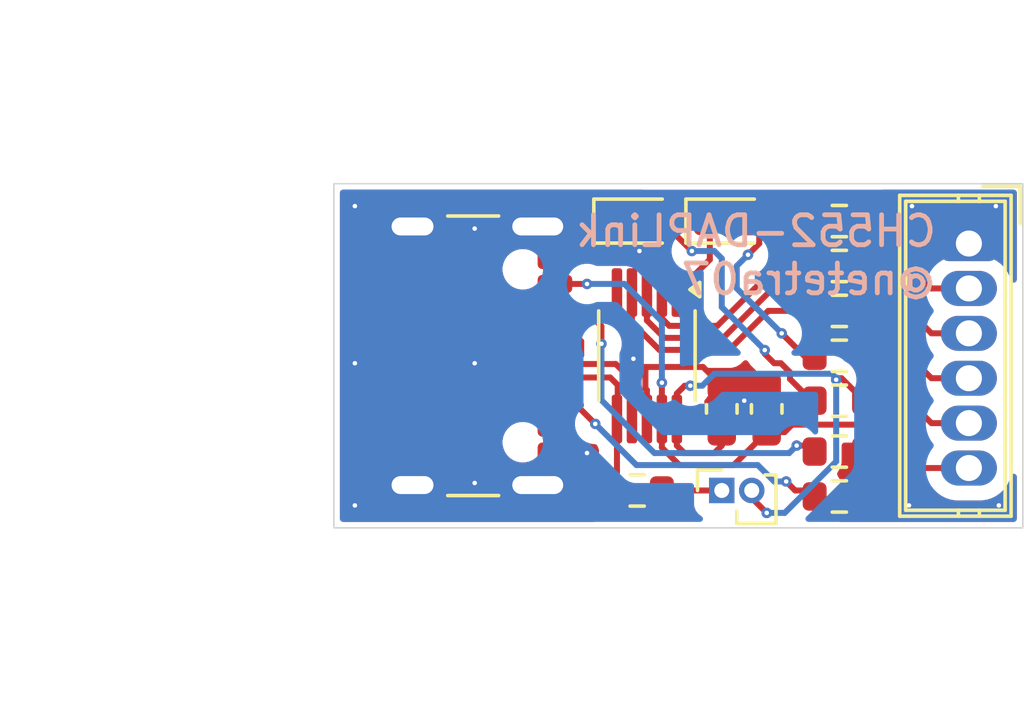
<source format=kicad_pcb>
(kicad_pcb (version 20241229) (generator "pcbnew") (generator_version "9.0")
  (layers (0 "F.Cu" signal) (2 "B.Cu" signal) (13 "F.Paste" user) (15 "B.Paste" user) (5 "F.SilkS" user "F.Silkscreen") (7 "B.SilkS" user "B.Silkscreen") (1 "F.Mask" user) (3 "B.Mask" user) (25 "Edge.Cuts" user))
  (net 0 "")
  (net 1 "+3.3V")
  (net 2 "GND")
  (net 3 "Net-(J1-CC1)")
  (net 6 "Net-(J1-CC2)")
  (net 7 "Net-(J3-Pin_1)")
  (net 8 "PRG_LED")
  (net 9 "D+")
  (net 10 "SWCLK")
  (net 11 "RST")
  (net 12 "SWDIO")
  (net 14 "D-")
  (net 15 "+5V")
  (net 16 "Net-(J2-Pin_2)")
  (net 17 "Net-(J2-Pin_4)")
  (net 18 "Net-(J2-Pin_3)")
  (net 19 "Net-(D1-A)")
  (net 20 "Net-(D2-A)")
  (footprint "Resistor_SMD:R_0603_1608Metric" (layer "F.Cu") (at 70.675 84.5)
    (property "Reference" "R7" (hide yes))
    (property "Value" "100Ω")
    (fp_line (start -0.237258 -0.5225) (end 0.237258 -0.5225) (stroke (width 0.12)) (layer "F.SilkS"))
    (fp_line (start -0.237258 0.5225) (end 0.237258 0.5225) (stroke (width 0.12)) (layer "F.SilkS"))
    (pad "1" smd roundrect (at -0.825 0) (size 0.8 0.95) (layers "F.Cu" "F.Mask" "F.Paste") (net 12 "SWDIO"))
    (pad "2" smd roundrect (at 0.825 0) (size 0.8 0.95) (layers "F.Cu" "F.Mask" "F.Paste") (net 18 "Net-(J2-Pin_3)"))
  )
  (footprint "Capacitor_SMD:C_0603_1608Metric" (layer "F.Cu") (at 68.25 89.275 90)
    (property "Reference" "C2" (hide yes))
    (property "Value" "0.1uF")
    (fp_line (start -0.14058 -0.51) (end 0.14058 -0.51) (stroke (width 0.12)) (layer "F.SilkS"))
    (fp_line (start -0.14058 0.51) (end 0.14058 0.51) (stroke (width 0.12)) (layer "F.SilkS"))
    (pad "1" smd roundrect (at -0.775 0 90) (size 0.9 0.95) (layers "F.Cu" "F.Mask" "F.Paste") (net 15 "+5V"))
    (pad "2" smd roundrect (at 0.775 0 90) (size 0.9 0.95) (layers "F.Cu" "F.Mask" "F.Paste") (net 2 "GND"))
  )
  (footprint "Resistor_SMD:R_0603_1608Metric" (layer "F.Cu") (at 70.675 90.7)
    (property "Reference" "R1" (hide yes))
    (property "Value" "5.1kΩ")
    (fp_line (start -0.237258 -0.5225) (end 0.237258 -0.5225) (stroke (width 0.12)) (layer "F.SilkS"))
    (fp_line (start -0.237258 0.5225) (end 0.237258 0.5225) (stroke (width 0.12)) (layer "F.SilkS"))
    (pad "1" smd roundrect (at -0.825 0) (size 0.8 0.95) (layers "F.Cu" "F.Mask" "F.Paste") (net 3 "Net-(J1-CC1)"))
    (pad "2" smd roundrect (at 0.825 0) (size 0.8 0.95) (layers "F.Cu" "F.Mask" "F.Paste") (net 2 "GND"))
  )
  (footprint "Connector_PinSocket_1.00mm:PinSocket_1x02_P1.00mm_Vertical" (layer "F.Cu") (at 66.75 92 90)
    (property "Reference" "J3" (hide yes))
    (property "Value" "BOOT")
    (fp_line (start 0.685 -0.81) (end 0.685 0) (stroke (width 0.12)) (layer "F.SilkS"))
    (fp_line (start 0 -0.81) (end 0.685 -0.81) (stroke (width 0.12)) (layer "F.SilkS"))
    (fp_line (start -1.1 0.5) (end -0.685 0.5) (stroke (width 0.12)) (layer "F.SilkS"))
    (fp_line (start -1.1 0.5) (end -1.1 1.81) (stroke (width 0.12)) (layer "F.SilkS"))
    (fp_line (start 0.52 1.445898) (end 0.52 1.81) (stroke (width 0.12)) (layer "F.SilkS"))
    (fp_line (start -1.1 1.81) (end 0.52 1.81) (stroke (width 0.12)) (layer "F.SilkS"))
    (pad "1" thru_hole rect (at 0 0 90) (size 0.85 0.85) (drill 0.5) (layers "*.Cu" "*.Mask") (net 7 "Net-(J3-Pin_1)"))
    (pad "2" thru_hole circle (at 0 1 90) (size 0.85 0.85) (drill 0.5) (layers "*.Cu" "*.Mask") (net 1 "+3.3V"))
  )
  (footprint "Connector_Wuerth:Wuerth_WR-WTB_64800611622_1x06_P1.50mm_Vertical" (layer "F.Cu") (at 75 83.75 -90)
    (property "Reference" "J2" (hide yes))
    (property "Value" "Conn_01x06_Pin")
    (fp_line (start -1.61 2.31) (end 9.11 2.31) (stroke (width 0.12)) (layer "F.SilkS"))
    (fp_line (start 9.11 2.31) (end 9.11 -1.41) (stroke (width 0.12)) (layer "F.SilkS"))
    (fp_line (start -1.41 2.11) (end 8.91 2.11) (stroke (width 0.12)) (layer "F.SilkS"))
    (fp_line (start 8.91 2.11) (end 8.91 0.35) (stroke (width 0.12)) (layer "F.SilkS"))
    (fp_line (start -1.41 0.35) (end -1.41 2.11) (stroke (width 0.12)) (layer "F.SilkS"))
    (fp_line (start -1.41 0.35) (end -1.61 0.35) (stroke (width 0.12)) (layer "F.SilkS"))
    (fp_line (start 8.91 0.35) (end 9.11 0.35) (stroke (width 0.12)) (layer "F.SilkS"))
    (fp_line (start -1.61 -0.35) (end -1.41 -0.35) (stroke (width 0.12)) (layer "F.SilkS"))
    (fp_line (start -1.41 -0.35) (end -1.41 0.35) (stroke (width 0.12)) (layer "F.SilkS"))
    (fp_line (start -1.41 -0.35) (end -1.41 -1.21) (stroke (width 0.12)) (layer "F.SilkS"))
    (fp_line (start 8.91 -0.35) (end 8.91 0.35) (stroke (width 0.12)) (layer "F.SilkS"))
    (fp_line (start 8.91 -0.35) (end 9.11 -0.35) (stroke (width 0.12)) (layer "F.SilkS"))
    (fp_line (start -1.41 -1.21) (end 8.91 -1.21) (stroke (width 0.12)) (layer "F.SilkS"))
    (fp_line (start 8.91 -1.21) (end 8.91 -0.35) (stroke (width 0.12)) (layer "F.SilkS"))
    (fp_line (start -1.61 -1.41) (end -1.61 2.31) (stroke (width 0.12)) (layer "F.SilkS"))
    (fp_line (start 9.11 -1.41) (end -1.61 -1.41) (stroke (width 0.12)) (layer "F.SilkS"))
    (fp_line (start -1.91 -1.71) (end -1.91 -0.46) (stroke (width 0.12)) (layer "F.SilkS"))
    (fp_line (start -0.66 -1.71) (end -1.91 -1.71) (stroke (width 0.12)) (layer "F.SilkS"))
    (pad "1" thru_hole roundrect (at 0 0 270) (size 1.17 1.87) (drill 0.87) (layers "*.Cu" "*.Mask") (roundrect_rratio 0.213675) (net 2 "GND"))
    (pad "2" thru_hole oval (at 1.5 0 270) (size 1.17 1.87) (drill 0.87) (layers "*.Cu" "*.Mask") (net 16 "Net-(J2-Pin_2)"))
    (pad "3" thru_hole oval (at 3 0 270) (size 1.17 1.87) (drill 0.87) (layers "*.Cu" "*.Mask") (net 18 "Net-(J2-Pin_3)"))
    (pad "4" thru_hole oval (at 4.5 0 270) (size 1.17 1.87) (drill 0.87) (layers "*.Cu" "*.Mask") (net 17 "Net-(J2-Pin_4)"))
    (pad "5" thru_hole oval (at 6 0 270) (size 1.17 1.87) (drill 0.87) (layers "*.Cu" "*.Mask") (net 1 "+3.3V"))
    (pad "6" thru_hole oval (at 7.5 0 270) (size 1.17 1.87) (drill 0.87) (layers "*.Cu" "*.Mask") (net 15 "+5V"))
  )
  (footprint "Connector_USB:USB_C_Receptacle_GCT_USB4105-xx-A_16P_TopMnt_Horizontal" (layer "F.Cu") (at 57.5 87.5 -90)
    (property "Reference" "J1" (hide yes))
    (property "Value" "USB_C_Receptacle_USB2.0_16P")
    (fp_line (start -4.67 -0.1) (end -4.67 -1.8) (stroke (width 0.12)) (layer "F.SilkS"))
    (fp_line (start 4.67 -0.1) (end 4.67 -1.8) (stroke (width 0.12)) (layer "F.SilkS"))
    (pad "" np_thru_hole circle (at -2.89 -2.605 270) (size 0.65 0.65) (drill 0.65) (layers "*.Cu" "*.Mask"))
    (pad "" np_thru_hole circle (at 2.89 -2.605 270) (size 0.65 0.65) (drill 0.65) (layers "*.Cu" "*.Mask"))
    (pad "A1" smd roundrect (at -3.2 -3.68 270) (size 0.6 1.15) (layers "F.Cu" "F.Mask" "F.Paste") (net 2 "GND"))
    (pad "A4" smd roundrect (at -2.4 -3.68 270) (size 0.6 1.15) (layers "F.Cu" "F.Mask" "F.Paste") (net 15 "+5V"))
    (pad "A5" smd roundrect (at -1.25 -3.68 270) (size 0.3 1.15) (layers "F.Cu" "F.Mask" "F.Paste") (net 3 "Net-(J1-CC1)"))
    (pad "A6" smd roundrect (at -0.25 -3.68 270) (size 0.3 1.15) (layers "F.Cu" "F.Mask" "F.Paste") (net 9 "D+"))
    (pad "A7" smd roundrect (at 0.25 -3.68 270) (size 0.3 1.15) (layers "F.Cu" "F.Mask" "F.Paste") (net 14 "D-"))
    (pad "A8" smd roundrect (at 1.25 -3.68 270) (size 0.3 1.15) (layers "F.Cu" "F.Mask" "F.Paste"))
    (pad "A9" smd roundrect (at 2.4 -3.68 270) (size 0.6 1.15) (layers "F.Cu" "F.Mask" "F.Paste") (net 15 "+5V"))
    (pad "A12" smd roundrect (at 3.2 -3.68 270) (size 0.6 1.15) (layers "F.Cu" "F.Mask" "F.Paste") (net 2 "GND"))
    (pad "B1" smd roundrect (at 3.2 -3.68 270) (size 0.6 1.15) (layers "F.Cu" "F.Mask" "F.Paste") (net 2 "GND"))
    (pad "B4" smd roundrect (at 2.4 -3.68 270) (size 0.6 1.15) (layers "F.Cu" "F.Mask" "F.Paste") (net 15 "+5V"))
    (pad "B5" smd roundrect (at 1.75 -3.68 270) (size 0.3 1.15) (layers "F.Cu" "F.Mask" "F.Paste") (net 6 "Net-(J1-CC2)"))
    (pad "B6" smd roundrect (at 0.75 -3.68 270) (size 0.3 1.15) (layers "F.Cu" "F.Mask" "F.Paste") (net 9 "D+"))
    (pad "B7" smd roundrect (at -0.75 -3.68 270) (size 0.3 1.15) (layers "F.Cu" "F.Mask" "F.Paste") (net 14 "D-"))
    (pad "B8" smd roundrect (at -1.75 -3.68 270) (size 0.3 1.15) (layers "F.Cu" "F.Mask" "F.Paste"))
    (pad "B9" smd roundrect (at -2.4 -3.68 270) (size 0.6 1.15) (layers "F.Cu" "F.Mask" "F.Paste") (net 15 "+5V"))
    (pad "B12" smd roundrect (at -3.2 -3.68 270) (size 0.6 1.15) (layers "F.Cu" "F.Mask" "F.Paste") (net 2 "GND"))
    (pad "S1" thru_hole oval (at -4.32 -3.105 270) (size 1 2.1) (drill oval 0.6 1.7) (property pad_prop_heatsink) (layers "*.Cu" "*.Mask" "F.Paste") (net 2 "GND"))
    (pad "S1" thru_hole oval (at -4.32 1.075 270) (size 1 1.8) (drill oval 0.6 1.4) (property pad_prop_heatsink) (layers "*.Cu" "*.Mask" "F.Paste") (net 2 "GND"))
    (pad "S1" thru_hole oval (at 4.32 -3.105 270) (size 1 2.1) (drill oval 0.6 1.7) (property pad_prop_heatsink) (layers "*.Cu" "*.Mask" "F.Paste") (net 2 "GND"))
    (pad "S1" thru_hole oval (at 4.32 1.075 270) (size 1 1.8) (drill oval 0.6 1.4) (property pad_prop_heatsink) (layers "*.Cu" "*.Mask" "F.Paste") (net 2 "GND"))
  )
  (footprint "Resistor_SMD:R_0603_1608Metric" (layer "F.Cu") (at 70.675 86 180)
    (property "Reference" "R6" (hide yes))
    (property "Value" "100Ω")
    (fp_line (start -0.237258 0.5225) (end 0.237258 0.5225) (stroke (width 0.12)) (layer "F.SilkS"))
    (fp_line (start -0.237258 -0.5225) (end 0.237258 -0.5225) (stroke (width 0.12)) (layer "F.SilkS"))
    (pad "1" smd roundrect (at -0.825 0 180) (size 0.8 0.95) (layers "F.Cu" "F.Mask" "F.Paste") (net 17 "Net-(J2-Pin_4)"))
    (pad "2" smd roundrect (at 0.825 0 180) (size 0.8 0.95) (layers "F.Cu" "F.Mask" "F.Paste") (net 10 "SWCLK"))
  )
  (footprint "Resistor_SMD:R_0603_1608Metric" (layer "F.Cu") (at 63.925 92)
    (property "Reference" "R5" (hide yes))
    (property "Value" "10kΩ")
    (fp_line (start -0.237258 -0.5225) (end 0.237258 -0.5225) (stroke (width 0.12)) (layer "F.SilkS"))
    (fp_line (start -0.237258 0.5225) (end 0.237258 0.5225) (stroke (width 0.12)) (layer "F.SilkS"))
    (pad "1" smd roundrect (at -0.825 0) (size 0.8 0.95) (layers "F.Cu" "F.Mask" "F.Paste") (net 9 "D+"))
    (pad "2" smd roundrect (at 0.825 0) (size 0.8 0.95) (layers "F.Cu" "F.Mask" "F.Paste") (net 7 "Net-(J3-Pin_1)"))
  )
  (footprint "Resistor_SMD:R_0603_1608Metric" (layer "F.Cu") (at 70.675 92.2)
    (property "Reference" "R2" (hide yes))
    (property "Value" "5.1kΩ")
    (fp_line (start -0.237258 -0.5225) (end 0.237258 -0.5225) (stroke (width 0.12)) (layer "F.SilkS"))
    (fp_line (start -0.237258 0.5225) (end 0.237258 0.5225) (stroke (width 0.12)) (layer "F.SilkS"))
    (pad "1" smd roundrect (at -0.825 0) (size 0.8 0.95) (layers "F.Cu" "F.Mask" "F.Paste") (net 6 "Net-(J1-CC2)"))
    (pad "2" smd roundrect (at 0.825 0) (size 0.8 0.95) (layers "F.Cu" "F.Mask" "F.Paste") (net 2 "GND"))
  )
  (footprint "Resistor_SMD:R_0603_1608Metric" (layer "F.Cu") (at 70.675 83)
    (property "Reference" "R8" (hide yes))
    (property "Value" "100Ω")
    (fp_line (start -0.237258 -0.5225) (end 0.237258 -0.5225) (stroke (width 0.12)) (layer "F.SilkS"))
    (fp_line (start -0.237258 0.5225) (end 0.237258 0.5225) (stroke (width 0.12)) (layer "F.SilkS"))
    (pad "1" smd roundrect (at -0.825 0) (size 0.8 0.95) (layers "F.Cu" "F.Mask" "F.Paste") (net 11 "RST"))
    (pad "2" smd roundrect (at 0.825 0) (size 0.8 0.95) (layers "F.Cu" "F.Mask" "F.Paste") (net 16 "Net-(J2-Pin_2)"))
  )
  (footprint "LED_SMD:LED_0603_1608Metric" (layer "F.Cu") (at 63.9625 83)
    (property "Reference" "D1" (hide yes))
    (property "Value" "Blue")
    (fp_line (start -1.485 -0.735) (end -1.485 0.735) (stroke (width 0.12)) (layer "F.SilkS"))
    (fp_line (start -1.485 0.735) (end 0.8 0.735) (stroke (width 0.12)) (layer "F.SilkS"))
    (fp_line (start 0.8 -0.735) (end -1.485 -0.735) (stroke (width 0.12)) (layer "F.SilkS"))
    (pad "1" smd roundrect (at -0.7875 0) (size 0.875 0.95) (layers "F.Cu" "F.Mask" "F.Paste") (net 2 "GND"))
    (pad "2" smd roundrect (at 0.7875 0) (size 0.875 0.95) (layers "F.Cu" "F.Mask" "F.Paste") (net 19 "Net-(D1-A)"))
  )
  (footprint "Resistor_SMD:R_0603_1608Metric" (layer "F.Cu") (at 70.675 87.5)
    (property "Reference" "R4" (hide yes))
    (property "Value" "1kΩ")
    (fp_line (start -0.237258 -0.5225) (end 0.237258 -0.5225) (stroke (width 0.12)) (layer "F.SilkS"))
    (fp_line (start -0.237258 0.5225) (end 0.237258 0.5225) (stroke (width 0.12)) (layer "F.SilkS"))
    (pad "1" smd roundrect (at -0.825 0) (size 0.8 0.95) (layers "F.Cu" "F.Mask" "F.Paste") (net 20 "Net-(D2-A)"))
    (pad "2" smd roundrect (at 0.825 0) (size 0.8 0.95) (layers "F.Cu" "F.Mask" "F.Paste") (net 1 "+3.3V"))
  )
  (footprint "Resistor_SMD:R_0603_1608Metric" (layer "F.Cu") (at 70.675 89)
    (property "Reference" "R3" (hide yes))
    (property "Value" "1kΩ")
    (fp_line (start -0.237258 -0.5225) (end 0.237258 -0.5225) (stroke (width 0.12)) (layer "F.SilkS"))
    (fp_line (start -0.237258 0.5225) (end 0.237258 0.5225) (stroke (width 0.12)) (layer "F.SilkS"))
    (pad "1" smd roundrect (at -0.825 0) (size 0.8 0.95) (layers "F.Cu" "F.Mask" "F.Paste") (net 19 "Net-(D1-A)"))
    (pad "2" smd roundrect (at 0.825 0) (size 0.8 0.95) (layers "F.Cu" "F.Mask" "F.Paste") (net 1 "+3.3V"))
  )
  (footprint "Package_SO:MSOP-10_3x3mm_P0.5mm" (layer "F.Cu") (at 64.25 87.5 -90)
    (property "Reference" "U1" (hide yes))
    (property "Value" "CH552E")
    (fp_line (start 0 1.61) (end -1.5 1.61) (stroke (width 0.12)) (layer "F.SilkS"))
    (fp_line (start 0 1.61) (end 1.5 1.61) (stroke (width 0.12)) (layer "F.SilkS"))
    (fp_line (start 0 -1.61) (end -1.5 -1.61) (stroke (width 0.12)) (layer "F.SilkS"))
    (fp_line (start 0 -1.61) (end 1.5 -1.61) (stroke (width 0.12)) (layer "F.SilkS"))
    (fp_poly (pts (xy -2.2125 -1.435) (xy -2.4525 -1.765) (xy -1.9725 -1.765)) (stroke (width 0.12)) (fill yes) (layer "F.SilkS"))
    (pad "1" smd roundrect (at -2.1125 -1 270) (size 1.625 0.35) (layers "F.Cu" "F.Mask" "F.Paste") (net 8 "PRG_LED"))
    (pad "2" smd roundrect (at -2.1125 -0.5 270) (size 1.625 0.35) (layers "F.Cu" "F.Mask" "F.Paste") (net 11 "RST"))
    (pad "3" smd roundrect (at -2.1125 0 270) (size 1.625 0.35) (layers "F.Cu" "F.Mask" "F.Paste") (net 12 "SWDIO"))
    (pad "4" smd roundrect (at -2.1125 0.5 270) (size 1.625 0.35) (layers "F.Cu" "F.Mask" "F.Paste") (net 10 "SWCLK"))
    (pad "5" smd roundrect (at -2.1125 1 270) (size 1.625 0.35) (layers "F.Cu" "F.Mask" "F.Paste"))
    (pad "6" smd roundrect (at 2.1125 1 270) (size 1.625 0.35) (layers "F.Cu" "F.Mask" "F.Paste") (net 9 "D+"))
    (pad "7" smd roundrect (at 2.1125 0.5 270) (size 1.625 0.35) (layers "F.Cu" "F.Mask" "F.Paste") (net 14 "D-"))
    (pad "8" smd roundrect (at 2.1125 0 270) (size 1.625 0.35) (layers "F.Cu" "F.Mask" "F.Paste") (net 2 "GND"))
    (pad "9" smd roundrect (at 2.1125 -0.5 270) (size 1.625 0.35) (layers "F.Cu" "F.Mask" "F.Paste") (net 15 "+5V"))
    (pad "10" smd roundrect (at 2.1125 -1 270) (size 1.625 0.35) (layers "F.Cu" "F.Mask" "F.Paste") (net 1 "+3.3V"))
  )
  (footprint "LED_SMD:LED_0603_1608Metric" (layer "F.Cu") (at 67.0375 83)
    (property "Reference" "D2" (hide yes))
    (property "Value" "Green")
    (fp_line (start -1.485 -0.735) (end -1.485 0.735) (stroke (width 0.12)) (layer "F.SilkS"))
    (fp_line (start -1.485 0.735) (end 0.8 0.735) (stroke (width 0.12)) (layer "F.SilkS"))
    (fp_line (start 0.8 -0.735) (end -1.485 -0.735) (stroke (width 0.12)) (layer "F.SilkS"))
    (pad "1" smd roundrect (at -0.7875 0) (size 0.875 0.95) (layers "F.Cu" "F.Mask" "F.Paste") (net 8 "PRG_LED"))
    (pad "2" smd roundrect (at 0.7875 0) (size 0.875 0.95) (layers "F.Cu" "F.Mask" "F.Paste") (net 20 "Net-(D2-A)"))
  )
  (footprint "Capacitor_SMD:C_0603_1608Metric" (layer "F.Cu") (at 66.75 89.275 90)
    (property "Reference" "C1" (hide yes))
    (property "Value" "0.1uF")
    (fp_line (start -0.14058 -0.51) (end 0.14058 -0.51) (stroke (width 0.12)) (layer "F.SilkS"))
    (fp_line (start -0.14058 0.51) (end 0.14058 0.51) (stroke (width 0.12)) (layer "F.SilkS"))
    (pad "1" smd roundrect (at -0.775 0 90) (size 0.9 0.95) (layers "F.Cu" "F.Mask" "F.Paste") (net 1 "+3.3V"))
    (pad "2" smd roundrect (at 0.775 0 90) (size 0.9 0.95) (layers "F.Cu" "F.Mask" "F.Paste") (net 2 "GND"))
  )
  (gr_rect (start 53.8 81.75) (end 76.8 93.25) (stroke (width 0.05)) (fill no) (layer "Edge.Cuts"))
  (gr_text "CH552-DAPLink\n@netetra07" (at 74 82.75 0) (layer "B.SilkS") (effects (font (size 1 1) (thickness 0.16)) (justify left top mirror)))
  (segment (start 65.7 88.5) (end 65.511932 88.5) (width 0.2) (layer "F.Cu") (net 1))
  (segment (start 66.5 90.75) (end 65.5 90.75) (width 0.2) (layer "F.Cu") (net 1))
  (segment (start 66.75 90.05) (end 66.75 90.5) (width 0.2) (layer "F.Cu") (net 1))
  (segment (start 65.5 90.75) (end 65.25 90.5) (width 0.2) (layer "F.Cu") (net 1))
  (segment (start 71.5 87.5) (end 73.75 89.75) (width 0.2) (layer "F.Cu") (net 1))
  (segment (start 71.5 89) (end 71.5 87.5) (width 0.2) (layer "F.Cu") (net 1))
  (segment (start 65.25 88.761932) (end 65.25 89.6125) (width 0.2) (layer "F.Cu") (net 1))
  (segment (start 67.75 92.25) (end 68.25 92.75) (width 0.2) (layer "F.Cu") (net 1))
  (segment (start 66.75 90.5) (end 66.5 90.75) (width 0.2) (layer "F.Cu") (net 1))
  (segment (start 67.75 92) (end 67.75 92.25) (width 0.2) (layer "F.Cu") (net 1))
  (segment (start 65.25 90.5) (end 65.25 89.6125) (width 0.2) (layer "F.Cu") (net 1))
  (segment (start 70.750094 88.250094) (end 71.5 89) (width 0.2) (layer "F.Cu") (net 1))
  (segment (start 65.511932 88.5) (end 65.25 88.761932) (width 0.2) (layer "F.Cu") (net 1))
  (segment (start 70.569197 88.250094) (end 70.750094 88.250094) (width 0.2) (layer "F.Cu") (net 1))
  (segment (start 73.75 89.75) (end 75 89.75) (width 0.2) (layer "F.Cu") (net 1))
  (via (at 70.569197 88.3) (size 0.35) (drill 0.15) (layers "F.Cu" "B.Cu") (net 1))
  (via (at 68.25 92.75) (size 0.35) (drill 0.15) (layers "F.Cu" "B.Cu") (net 1))
  (via (at 65.7 88.5) (size 0.35) (drill 0.15) (layers "F.Cu" "B.Cu") (net 1))
  (segment (start 70.419103 88.1) (end 70.569197 88.250094) (width 0.2) (layer "B.Cu") (net 1))
  (segment (start 68.849943 92.75) (end 70.569197 91.030746) (width 0.2) (layer "B.Cu") (net 1))
  (segment (start 68.25 92.75) (end 68.849943 92.75) (width 0.2) (layer "B.Cu") (net 1))
  (segment (start 70.569197 91.030746) (end 70.569197 88.3) (width 0.2) (layer "B.Cu") (net 1))
  (segment (start 70.569197 88.3) (end 70.569197 88.250094) (width 0.2) (layer "B.Cu") (net 1))
  (segment (start 66.1 88.5) (end 66.5 88.1) (width 0.2) (layer "B.Cu") (net 1))
  (segment (start 66.5 88.1) (end 70.419103 88.1) (width 0.2) (layer "B.Cu") (net 1))
  (segment (start 65.7 88.5) (end 66.1 88.5) (width 0.2) (layer "B.Cu") (net 1))
  (segment (start 66.124 87.874) (end 64.074 87.874) (width 0.2) (layer "F.Cu") (net 2))
  (segment (start 66.75 88.5) (end 66.124 87.874) (width 0.2) (layer "F.Cu") (net 2))
  (segment (start 64.2 88.593877) (end 64.2 88) (width 0.2) (layer "F.Cu") (net 2))
  (segment (start 63.175 83) (end 60.785 83) (width 0.2) (layer "F.Cu") (net 2))
  (segment (start 64.2 88) (end 63.8 87.6) (width 0.2) (layer "F.Cu") (net 2))
  (segment (start 64.25 89.6125) (end 64.25 88.643877) (width 0.2) (layer "F.Cu") (net 2))
  (segment (start 60.785 83) (end 60.605 83.18) (width 0.2) (layer "F.Cu") (net 2))
  (segment (start 64.25 88.643877) (end 64.2 88.593877) (width 0.2) (layer "F.Cu") (net 2))
  (segment (start 64.074 87.874) (end 63.8 87.6) (width 0.2) (layer "F.Cu") (net 2))
  (via (at 54.5 87.75) (size 0.35) (drill 0.15) (layers "F.Cu" "B.Cu") (net 2))
  (via (at 54.5 82.5) (size 0.35) (drill 0.15) (layers "F.Cu" "B.Cu") (net 2))
  (via (at 64 84) (size 0.35) (drill 0.15) (layers "F.Cu" "B.Cu") (net 2))
  (via (at 58.5 83.25) (size 0.35) (drill 0.15) (layers "F.Cu" "B.Cu") (net 2))
  (via (at 62.25 90.75) (size 0.35) (drill 0.15) (layers "F.Cu" "B.Cu") (net 2))
  (via (at 58.5 91.75) (size 0.35) (drill 0.15) (layers "F.Cu" "B.Cu") (net 2))
  (via (at 73 92.5) (size 0.35) (drill 0.15) (layers "F.Cu" "B.Cu") (net 2))
  (via (at 75.9 82.5) (size 0.35) (drill 0.15) (layers "F.Cu" "B.Cu") (net 2))
  (via (at 63.8 87.6) (size 0.35) (drill 0.15) (layers "F.Cu" "B.Cu") (net 2))
  (via (at 58.5 87.75) (size 0.35) (drill 0.15) (layers "F.Cu" "B.Cu") (net 2))
  (via (at 54.5 92.5) (size 0.35) (drill 0.15) (layers "F.Cu" "B.Cu") (net 2))
  (via (at 67.5 89) (size 0.35) (drill 0.15) (layers "F.Cu" "B.Cu") (net 2))
  (via (at 73.1 82.5) (size 0.35) (drill 0.15) (layers "F.Cu" "B.Cu") (net 2))
  (via (at 76 92.5) (size 0.35) (drill 0.15) (layers "F.Cu" "B.Cu") (net 2))
  (segment (start 62.732323 87.1) (end 62.732323 86.515059) (width 0.2) (layer "F.Cu") (net 3))
  (segment (start 69.25 90.5) (end 69.85 90.5) (width 0.2) (layer "F.Cu") (net 3))
  (segment (start 62.732323 86.515059) (end 62.467264 86.25) (width 0.2) (layer "F.Cu") (net 3))
  (segment (start 62.467264 86.25) (end 61.18 86.25) (width 0.2) (layer "F.Cu") (net 3))
  (via (at 62.732323 87.1) (size 0.35) (drill 0.15) (layers "F.Cu" "B.Cu") (net 3))
  (via (at 69.25 90.5) (size 0.35) (drill 0.15) (layers "F.Cu" "B.Cu") (net 3))
  (segment (start 62.732323 88.982323) (end 62.732323 87.1) (width 0.2) (layer "B.Cu") (net 3))
  (segment (start 69 90.75) (end 64.5 90.75) (width 0.2) (layer "B.Cu") (net 3))
  (segment (start 69.25 90.5) (end 69 90.75) (width 0.2) (layer "B.Cu") (net 3))
  (segment (start 64.5 90.75) (end 62.732323 88.982323) (width 0.2) (layer "B.Cu") (net 3))
  (segment (start 62 89.25) (end 61.18 89.25) (width 0.2) (layer "F.Cu") (net 6))
  (segment (start 69.2 92) (end 69.85 92) (width 0.2) (layer "F.Cu") (net 6))
  (segment (start 68.9 91.7) (end 69.2 92) (width 0.2) (layer "F.Cu") (net 6))
  (segment (start 62.5 89.75) (end 62 89.25) (width 0.2) (layer "F.Cu") (net 6))
  (via (at 62.525 89.775) (size 0.35) (drill 0.15) (layers "F.Cu" "B.Cu") (net 6))
  (via (at 68.9 91.7) (size 0.35) (drill 0.15) (layers "F.Cu" "B.Cu") (net 6))
  (segment (start 62.525 89.775) (end 62.5 89.75) (width 0.2) (layer "B.Cu") (net 6))
  (segment (start 67.951 91.151) (end 63.901 91.151) (width 0.2) (layer "B.Cu") (net 6))
  (segment (start 68.9 91.7) (end 68.5 91.7) (width 0.2) (layer "B.Cu") (net 6))
  (segment (start 63.901 91.151) (end 62.525 89.775) (width 0.2) (layer "B.Cu") (net 6))
  (segment (start 68.5 91.7) (end 67.951 91.151) (width 0.2) (layer "B.Cu") (net 6))
  (segment (start 66.75 92) (end 64.75 92) (width 0.2) (layer "F.Cu") (net 7))
  (segment (start 66.25 83) (end 66.351 83.101) (width 0.2) (layer "F.Cu") (net 8))
  (segment (start 66.351 84.2865) (end 65.25 85.3875) (width 0.2) (layer "F.Cu") (net 8))
  (segment (start 66.351 83.101) (end 66.351 84.2865) (width 0.2) (layer "F.Cu") (net 8))
  (segment (start 60.304 87.982824) (end 60.571176 88.25) (width 0.2) (layer "F.Cu") (net 9))
  (segment (start 63.275 88.475188) (end 63.275 88.95) (width 0.2) (layer "F.Cu") (net 9))
  (segment (start 61.18 87.25) (end 60.571176 87.25) (width 0.2) (layer "F.Cu") (net 9))
  (segment (start 63.25 91.85) (end 63.1 92) (width 0.2) (layer "F.Cu") (net 9))
  (segment (start 60.304 87.517176) (end 60.304 87.982824) (width 0.2) (layer "F.Cu") (net 9))
  (segment (start 60.571176 87.25) (end 60.304 87.517176) (width 0.2) (layer "F.Cu") (net 9))
  (segment (start 63.024812 88.225) (end 63.275 88.475188) (width 0.2) (layer "F.Cu") (net 9))
  (segment (start 62.067501 88.225) (end 63.024812 88.225) (width 0.2) (layer "F.Cu") (net 9))
  (segment (start 63.275 88.95) (end 63.25 88.975) (width 0.2) (layer "F.Cu") (net 9))
  (segment (start 60.571176 88.25) (end 61.18 88.25) (width 0.2) (layer "F.Cu") (net 9))
  (segment (start 63.25 89.6125) (end 63.25 91.85) (width 0.2) (layer "F.Cu") (net 9))
  (segment (start 62.042501 88.25) (end 62.067501 88.225) (width 0.2) (layer "F.Cu") (net 9))
  (segment (start 61.18 88.25) (end 62.042501 88.25) (width 0.2) (layer "F.Cu") (net 9))
  (segment (start 63.25 88.975) (end 63.25 89.6125) (width 0.2) (layer "F.Cu") (net 9))
  (segment (start 63.75 86.386048) (end 64.666952 87.303) (width 0.2) (layer "F.Cu") (net 10))
  (segment (start 64.666952 87.303) (end 66.997 87.303) (width 0.2) (layer "F.Cu") (net 10))
  (segment (start 66.997 87.303) (end 68.3 86) (width 0.2) (layer "F.Cu") (net 10))
  (segment (start 63.75 85.3875) (end 63.75 86.386048) (width 0.2) (layer "F.Cu") (net 10))
  (segment (start 68.3 86) (end 69.85 86) (width 0.2) (layer "F.Cu") (net 10))
  (segment (start 69.85 83.25) (end 69.85 83) (width 0.2) (layer "F.Cu") (net 11))
  (segment (start 66.599 86.501) (end 69.85 83.25) (width 0.2) (layer "F.Cu") (net 11))
  (segment (start 64.999152 86.501) (end 66.599 86.501) (width 0.2) (layer "F.Cu") (net 11))
  (segment (start 64.75 86.251848) (end 64.999152 86.501) (width 0.2) (layer "F.Cu") (net 11))
  (segment (start 64.75 85.3875) (end 64.75 86.251848) (width 0.2) (layer "F.Cu") (net 11))
  (segment (start 64.833052 86.902) (end 66.798 86.902) (width 0.2) (layer "F.Cu") (net 12))
  (segment (start 68.7 85) (end 69.35 85) (width 0.2) (layer "F.Cu") (net 12))
  (segment (start 64.25 86.318948) (end 64.833052 86.902) (width 0.2) (layer "F.Cu") (net 12))
  (segment (start 66.798 86.902) (end 68.7 85) (width 0.2) (layer "F.Cu") (net 12))
  (segment (start 69.35 85) (end 69.85 84.5) (width 0.2) (layer "F.Cu") (net 12))
  (segment (start 64.25 85.3875) (end 64.25 86.318948) (width 0.2) (layer "F.Cu") (net 12))
  (segment (start 62.056 87.482824) (end 61.788824 87.75) (width 0.2) (layer "F.Cu") (net 14))
  (segment (start 63.725 88.95) (end 63.75 88.975) (width 0.2) (layer "F.Cu") (net 14))
  (segment (start 63.211208 87.775) (end 63.725 88.288792) (width 0.2) (layer "F.Cu") (net 14))
  (segment (start 61.788824 87.75) (end 61.18 87.75) (width 0.2) (layer "F.Cu") (net 14))
  (segment (start 61.18 86.75) (end 61.788824 86.75) (width 0.2) (layer "F.Cu") (net 14))
  (segment (start 63.725 88.288792) (end 63.725 88.95) (width 0.2) (layer "F.Cu") (net 14))
  (segment (start 62.056 87.017176) (end 62.056 87.482824) (width 0.2) (layer "F.Cu") (net 14))
  (segment (start 62.042501 87.75) (end 62.067501 87.775) (width 0.2) (layer "F.Cu") (net 14))
  (segment (start 63.75 88.975) (end 63.75 89.6125) (width 0.2) (layer "F.Cu") (net 14))
  (segment (start 62.067501 87.775) (end 63.211208 87.775) (width 0.2) (layer "F.Cu") (net 14))
  (segment (start 61.18 87.75) (end 62.042501 87.75) (width 0.2) (layer "F.Cu") (net 14))
  (segment (start 61.788824 86.75) (end 62.056 87.017176) (width 0.2) (layer "F.Cu") (net 14))
  (segment (start 68.85 90.05) (end 69.1 89.8) (width 0.2) (layer "F.Cu") (net 15))
  (segment (start 65.3339 91.151) (end 67.149 91.151) (width 0.2) (layer "F.Cu") (net 15))
  (segment (start 64.75 90.5671) (end 65.3339 91.151) (width 0.2) (layer "F.Cu") (net 15))
  (segment (start 60.721176 89.9) (end 61.18 89.9) (width 0.2) (layer "F.Cu") (net 15))
  (segment (start 73.239064 91.25) (end 75 91.25) (width 0.2) (layer "F.Cu") (net 15))
  (segment (start 64.75 88.4) (end 64.75 89.6125) (width 0.2) (layer "F.Cu") (net 15))
  (segment (start 59.903 85.918176) (end 59.903 89.081824) (width 0.2) (layer "F.Cu") (net 15))
  (segment (start 67.149 91.151) (end 68.25 90.05) (width 0.2) (layer "F.Cu") (net 15))
  (segment (start 64.75 89.6125) (end 64.75 90.5671) (width 0.2) (layer "F.Cu") (net 15))
  (segment (start 71.789064 89.8) (end 73.239064 91.25) (width 0.2) (layer "F.Cu") (net 15))
  (segment (start 68.25 90.05) (end 68.85 90.05) (width 0.2) (layer "F.Cu") (net 15))
  (segment (start 62.25 85.1) (end 61.18 85.1) (width 0.2) (layer "F.Cu") (net 15))
  (segment (start 59.903 89.081824) (end 60.721176 89.9) (width 0.2) (layer "F.Cu") (net 15))
  (segment (start 61.18 85.1) (end 60.721176 85.1) (width 0.2) (layer "F.Cu") (net 15))
  (segment (start 62.3 85.1) (end 62.25 85.1) (width 0.2) (layer "F.Cu") (net 15))
  (segment (start 69.1 89.8) (end 71.789064 89.8) (width 0.2) (layer "F.Cu") (net 15))
  (segment (start 60.721176 85.1) (end 59.903 85.918176) (width 0.2) (layer "F.Cu") (net 15))
  (via (at 62.25 85.1) (size 0.35) (drill 0.15) (layers "F.Cu" "B.Cu") (net 15))
  (via (at 64.75 88.4) (size 0.35) (drill 0.15) (layers "F.Cu" "B.Cu") (net 15))
  (segment (start 62.3 85.1) (end 63.5 85.1) (width 0.2) (layer "B.Cu") (net 15))
  (segment (start 63.5 85.1) (end 64.75 86.35) (width 0.2) (layer "B.Cu") (net 15))
  (segment (start 64.75 86.35) (end 64.75 88.4) (width 0.2) (layer "B.Cu") (net 15))
  (segment (start 73.75 85.25) (end 75 85.25) (width 0.2) (layer "F.Cu") (net 16))
  (segment (start 71.5 83) (end 73.75 85.25) (width 0.2) (layer "F.Cu") (net 16))
  (segment (start 73.75 88.25) (end 75 88.25) (width 0.2) (layer "F.Cu") (net 17))
  (segment (start 71.5 86) (end 73.75 88.25) (width 0.2) (layer "F.Cu") (net 17))
  (segment (start 73.75 86.75) (end 75 86.75) (width 0.2) (layer "F.Cu") (net 18))
  (segment (start 71.5 84.5) (end 73.75 86.75) (width 0.2) (layer "F.Cu") (net 18))
  (segment (start 68.184313 87.434313) (end 68.499 87.749) (width 0.2) (layer "F.Cu") (net 19))
  (segment (start 69.026 88.276) (end 69.75 89) (width 0.2) (layer "F.Cu") (net 19))
  (segment (start 65.75 84) (end 64.75 83) (width 0.2) (layer "F.Cu") (net 19))
  (segment (start 69.75 89) (end 69.85 89) (width 0.2) (layer "F.Cu") (net 19))
  (segment (start 69.026 88.05089) (end 69.026 88.276) (width 0.2) (layer "F.Cu") (net 19))
  (segment (start 68.72411 87.749) (end 69.026 88.05089) (width 0.2) (layer "F.Cu") (net 19))
  (segment (start 68.184313 87.315687) (end 68.184313 87.434313) (width 0.2) (layer "F.Cu") (net 19))
  (segment (start 68.499 87.749) (end 68.72411 87.749) (width 0.2) (layer "F.Cu") (net 19))
  (via (at 68.184313 87.309313) (size 0.35) (drill 0.15) (layers "F.Cu" "B.Cu") (net 19))
  (via (at 65.75 84) (size 0.35) (drill 0.15) (layers "F.Cu" "B.Cu") (net 19))
  (segment (start 66.75 85.875) (end 68.184313 87.309313) (width 0.2) (layer "B.Cu") (net 19))
  (segment (start 68.184313 87.309313) (end 68.184313 87.315687) (width 0.2) (layer "B.Cu") (net 19))
  (segment (start 65.75 84) (end 66.5 84) (width 0.2) (layer "B.Cu") (net 19))
  (segment (start 66.5 84) (end 66.75 84.25) (width 0.2) (layer "B.Cu") (net 19))
  (segment (start 66.75 84.25) (end 66.75 85.875) (width 0.2) (layer "B.Cu") (net 19))
  (segment (start 68.75 86.75) (end 69.5 87.5) (width 0.2) (layer "F.Cu") (net 20))
  (segment (start 69.5 87.5) (end 69.85 87.5) (width 0.2) (layer "F.Cu") (net 20))
  (segment (start 67.625 84.125) (end 68 83.75) (width 0.2) (layer "F.Cu") (net 20))
  (segment (start 68 83.75) (end 68 83.175) (width 0.2) (layer "F.Cu") (net 20))
  (segment (start 68 83.175) (end 67.825 83) (width 0.2) (layer "F.Cu") (net 20))
  (via (at 68.75 86.75) (size 0.35) (drill 0.15) (layers "F.Cu" "B.Cu") (net 20))
  (via (at 67.625 84.125) (size 0.35) (drill 0.15) (layers "F.Cu" "B.Cu") (net 20))
  (segment (start 67.25 85.25) (end 67.25 84.5) (width 0.2) (layer "B.Cu") (net 20))
  (segment (start 67.25 84.5) (end 67.625 84.125) (width 0.2) (layer "B.Cu") (net 20))
  (segment (start 68.75 86.75) (end 67.25 85.25) (width 0.2) (layer "B.Cu") (net 20))
  (zone (net 2) (net_name "GND") (layers "F.Cu" "B.Cu") (connect_pads yes (clearance 0.5)) (min_thickness 0.2) (fill yes (thermal_gap 0.5) (thermal_bridge_width 0.5))
    (polygon (pts (xy 53.8 81.75) (xy 76.8 81.75) (xy 76.8 93.25) (xy 53.8 93.25)))
  )
)
</source>
